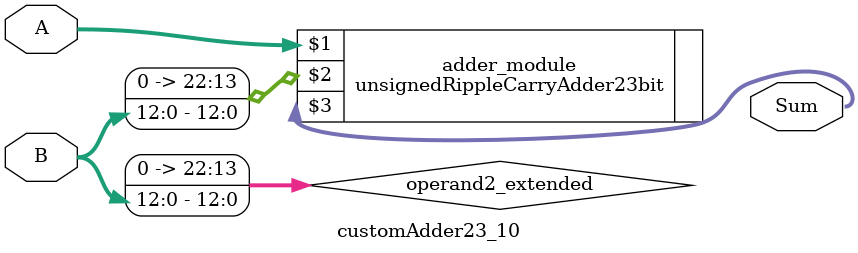
<source format=v>

module customAdder23_10(
                    input [22 : 0] A,
                    input [12 : 0] B,
                    
                    output [23 : 0] Sum
            );

    wire [22 : 0] operand2_extended;
    
    assign operand2_extended =  {10'b0, B};
    
    unsignedRippleCarryAdder23bit adder_module(
        A,
        operand2_extended,
        Sum
    );
    
endmodule
        
</source>
